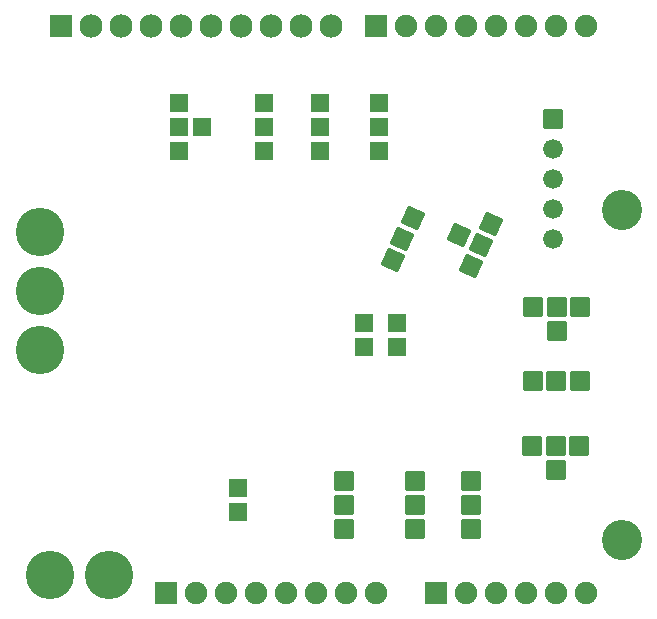
<source format=gbs>
G04 Layer: BottomSolderMaskLayer*
G04 EasyEDA v6.5.42, 2024-06-23 11:48:01*
G04 8461acd9e52441dfa5b1607b254f294a,2865ae9118a24060a17af6d01c9bcc73,10*
G04 Gerber Generator version 0.2*
G04 Scale: 100 percent, Rotated: No, Reflected: No *
G04 Dimensions in millimeters *
G04 leading zeros omitted , absolute positions ,4 integer and 5 decimal *
%FSLAX45Y45*%
%MOMM*%

%AMMACRO1*1,1,$1,$2,$3*1,1,$1,$4,$5*1,1,$1,0-$2,0-$3*1,1,$1,0-$4,0-$5*20,1,$1,$2,$3,$4,$5,0*20,1,$1,$4,$5,0-$2,0-$3,0*20,1,$1,0-$2,0-$3,0-$4,0-$5,0*20,1,$1,0-$4,0-$5,$2,$3,0*4,1,4,$2,$3,$4,$5,0-$2,0-$3,0-$4,0-$5,$2,$3,0*%
%ADD10MACRO1,0.1016X0.762X-0.762X0.762X0.762*%
%ADD11R,1.6256X1.6256*%
%ADD12MACRO1,0.1016X0.762X0.762X-0.762X0.762*%
%ADD13MACRO1,0.1016X0.3686X-1.0126X1.0126X0.3686*%
%ADD14MACRO1,0.1016X-0.3686X1.0126X-1.0126X-0.3686*%
%ADD15C,1.6764*%
%ADD16MACRO1,0.1016X0.7874X0.7874X0.7874X-0.7874*%
%ADD17MACRO1,0.1016X-0.9X0.9X0.9X0.9*%
%ADD18C,1.9016*%
%ADD19C,1.9620*%
%ADD20C,4.1016*%
%ADD21C,3.4032*%

%LPD*%
D10*
G01*
X-397344Y-2781518D03*
G01*
X-394855Y-2579029D03*
G01*
X-397344Y-2381519D03*
D11*
G01*
X50812Y-1241389D03*
G01*
X50812Y-1041389D03*
G01*
X-228587Y-1041389D03*
G01*
X-228587Y-1241389D03*
D10*
G01*
X677583Y-2781518D03*
G01*
X680072Y-2579029D03*
G01*
X677583Y-2381519D03*
G01*
X202603Y-2781518D03*
G01*
X205092Y-2579029D03*
G01*
X202603Y-2381519D03*
D12*
G01*
X1602498Y-1531482D03*
G01*
X1400009Y-1528993D03*
G01*
X1202499Y-1531482D03*
D11*
G01*
X-597496Y818626D03*
G01*
X-599986Y616137D03*
G01*
X-597496Y418627D03*
G01*
X-1072476Y818626D03*
G01*
X-1074966Y616137D03*
G01*
X-1072476Y418627D03*
G01*
X-97370Y818626D03*
G01*
X-99860Y616137D03*
G01*
X-97370Y418627D03*
D12*
G01*
X1402499Y-1106388D03*
G01*
X1202499Y-906388D03*
G01*
X1402499Y-906388D03*
G01*
X1602498Y-906388D03*
D11*
G01*
X-1597393Y618627D03*
G01*
X-1797392Y418627D03*
G01*
X-1797392Y618627D03*
G01*
X-1797392Y818626D03*
D12*
G01*
X1397000Y-2282799D03*
G01*
X1197000Y-2082800D03*
G01*
X1397000Y-2082800D03*
G01*
X1596999Y-2082800D03*
D11*
G01*
X-1295387Y-2638389D03*
G01*
X-1295387Y-2438389D03*
D13*
G01*
X580739Y-296476D03*
G01*
X846523Y-199739D03*
G01*
X762000Y-381000D03*
G01*
X677476Y-562260D03*
D14*
G01*
X186123Y-148939D03*
G01*
X98291Y-331403D03*
G01*
X17076Y-511460D03*
D15*
G01*
X1371511Y-330316D03*
G01*
X1371511Y-76316D03*
G01*
X1371511Y177683D03*
G01*
X1371511Y431683D03*
D16*
G01*
X1371511Y685683D03*
D17*
G01*
X-1905000Y-3327400D03*
D18*
G01*
X-1650987Y-3327389D03*
G01*
X-1396987Y-3327389D03*
G01*
X-1142987Y-3327389D03*
G01*
X-888987Y-3327389D03*
G01*
X-634987Y-3327389D03*
G01*
X-380987Y-3327389D03*
G01*
X-126987Y-3327389D03*
G01*
X1651012Y-3327389D03*
G01*
X1397012Y-3327389D03*
G01*
X1143012Y-3327389D03*
G01*
X889012Y-3327389D03*
G01*
X635012Y-3327389D03*
D17*
G01*
X381012Y-3327389D03*
D19*
G01*
X-507987Y1473210D03*
G01*
X-761987Y1473210D03*
G01*
X-1015987Y1473210D03*
G01*
X-1269987Y1473210D03*
G01*
X-1523987Y1473210D03*
G01*
X-1777987Y1473210D03*
G01*
X-2031987Y1473210D03*
G01*
X-2285987Y1473210D03*
G01*
X-2539987Y1473210D03*
D17*
G01*
X-2793987Y1473210D03*
G01*
X-127000Y1473199D03*
D18*
G01*
X127012Y1473210D03*
G01*
X381012Y1473210D03*
G01*
X635012Y1473210D03*
G01*
X889012Y1473210D03*
G01*
X1143012Y1473210D03*
G01*
X1397012Y1473210D03*
G01*
X1651012Y1473210D03*
D20*
G01*
X-2887586Y-3174989D03*
G01*
X-2387587Y-3174989D03*
G01*
X-2971787Y-1269989D03*
G01*
X-2971787Y-769990D03*
G01*
X-2971787Y-269991D03*
D21*
G01*
X1952612Y-81396D03*
G01*
X1952612Y-2881391D03*
M02*

</source>
